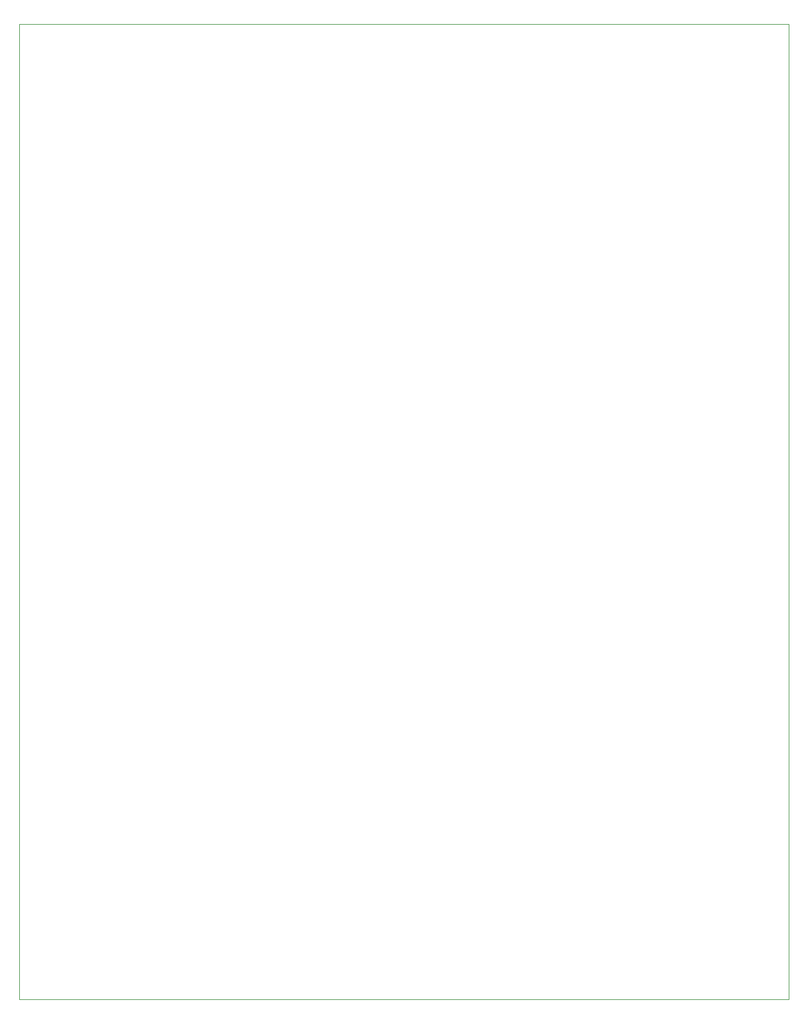
<source format=gbr>
%TF.GenerationSoftware,KiCad,Pcbnew,9.0.1*%
%TF.CreationDate,2025-10-08T20:15:02+11:00*%
%TF.ProjectId,Remora Nucleo F446ZE Hat,52656d6f-7261-4204-9e75-636c656f2046,rev?*%
%TF.SameCoordinates,Original*%
%TF.FileFunction,Profile,NP*%
%FSLAX46Y46*%
G04 Gerber Fmt 4.6, Leading zero omitted, Abs format (unit mm)*
G04 Created by KiCad (PCBNEW 9.0.1) date 2025-10-08 20:15:02*
%MOMM*%
%LPD*%
G01*
G04 APERTURE LIST*
%TA.AperFunction,Profile*%
%ADD10C,0.050000*%
%TD*%
G04 APERTURE END LIST*
D10*
X93430000Y-24140000D02*
X201678000Y-24140000D01*
X201678000Y-161290000D01*
X93430000Y-161290000D01*
X93430000Y-24140000D01*
M02*

</source>
